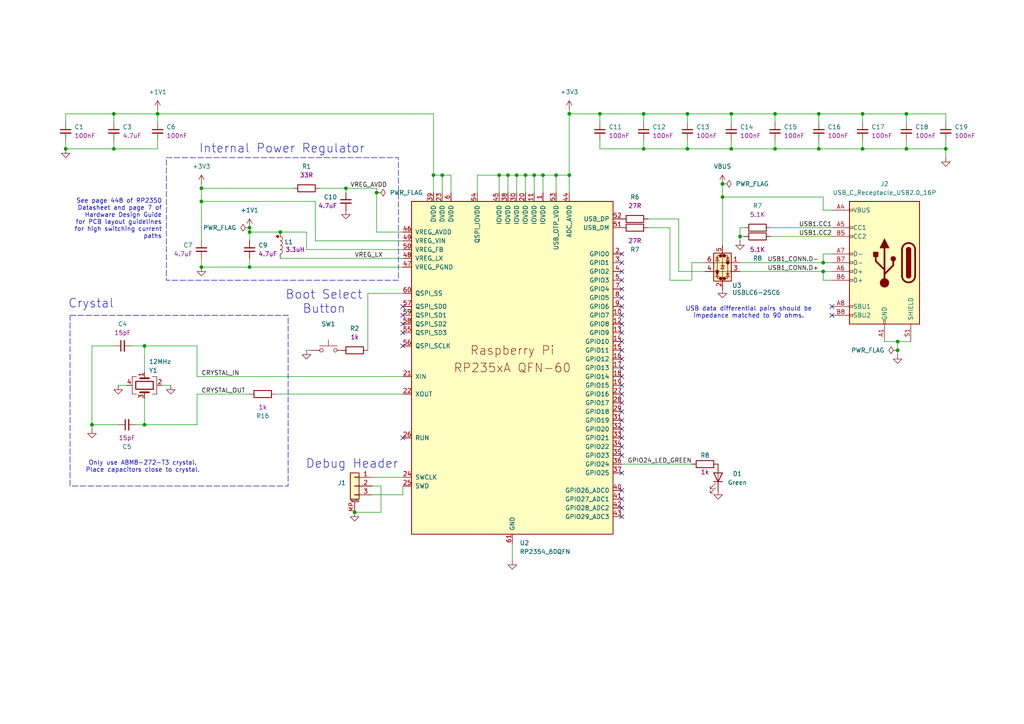
<source format=kicad_sch>
(kicad_sch (version 20250114) (generator "eeschema") (generator_version "9.0")
  (paper "A4")
  (rectangle (start 48.26 45.72) (end 115.57 81.28) (stroke (width 0) (type dash)))
  (rectangle (start 20.32 91.44) (end 83.566 140.97) (stroke (width 0) (type dash)))
  (text "USB data differential pairs should be\nimpedance matched to 90 ohms." (at 217.17 90.678 0) (effects (font (size 1.27 1.27))))
  (text "Debug Header" (at 102.108 134.62 0) (effects (font (size 2.54 2.54))))
  (text "Boot Select\nButton" (at 93.98 87.63 0) (effects (font (size 2.54 2.54))))
  (text "See page 448 of RP2350\nDatasheet and page 7 of\nHardware Design Guide\nfor PCB layout guidelines\nfor high switching current\npaths" (at 46.99 63.5 0) (effects (font (size 1.27 1.27)) (justify right)))
  (text "Internal Power Regulator" (at 81.788 43.18 0) (effects (font (size 2.54 2.54))))
  (text "Crystal" (at 26.416 88.138 0) (effects (font (size 2.54 2.54))))
  (text "Only use ABM8-272-T3 crystal.\nPlace capacitors close to crystal." (at 41.402 135.382 0) (effects (font (size 1.27 1.27))))
  (junction (at 161.29 50.8))
  (junction (at 199.39 33.02))
  (junction (at 224.79 43.18))
  (junction (at 199.39 43.18))
  (junction (at 186.69 43.18))
  (junction (at 33.02 43.18))
  (junction (at 125.73 50.8))
  (junction (at 41.91 100.33))
  (junction (at 224.79 33.02))
  (junction (at 186.69 33.02))
  (junction (at 72.39 66.04))
  (junction (at 157.48 50.8))
  (junction (at 212.09 43.18))
  (junction (at 274.32 43.18))
  (junction (at 149.86 50.8))
  (junction (at 152.4 50.8))
  (junction (at 154.94 50.8))
  (junction (at 72.39 77.47))
  (junction (at 209.55 57.15))
  (junction (at 250.19 33.02))
  (junction (at 238.76 76.2))
  (junction (at 58.42 58.42))
  (junction (at 212.09 33.02))
  (junction (at 72.39 67.31))
  (junction (at 33.02 33.02))
  (junction (at 81.28 67.31))
  (junction (at 260.35 99.06))
  (junction (at 165.1 50.8))
  (junction (at 260.35 101.6))
  (junction (at 128.27 50.8))
  (junction (at 144.78 50.8))
  (junction (at 100.33 54.61))
  (junction (at 19.05 43.18))
  (junction (at 41.91 123.19))
  (junction (at 250.19 43.18))
  (junction (at 237.49 43.18))
  (junction (at 109.22 55.88))
  (junction (at 58.42 77.47))
  (junction (at 45.72 33.02))
  (junction (at 262.89 43.18))
  (junction (at 209.55 53.34))
  (junction (at 147.32 50.8))
  (junction (at 26.67 123.19))
  (junction (at 58.42 54.61))
  (junction (at 237.49 33.02))
  (junction (at 173.99 33.02))
  (junction (at 214.63 68.58))
  (junction (at 102.87 148.59))
  (junction (at 165.1 33.02))
  (junction (at 238.76 78.74))
  (junction (at 262.89 33.02))
  (no_connect (at 116.84 96.52))
  (no_connect (at 180.34 147.32))
  (no_connect (at 180.34 73.66))
  (no_connect (at 180.34 119.38))
  (no_connect (at 180.34 96.52))
  (no_connect (at 180.34 81.28))
  (no_connect (at 180.34 114.3))
  (no_connect (at 180.34 116.84))
  (no_connect (at 180.34 104.14))
  (no_connect (at 180.34 93.98))
  (no_connect (at 180.34 91.44))
  (no_connect (at 241.3 88.9))
  (no_connect (at 180.34 78.74))
  (no_connect (at 180.34 127))
  (no_connect (at 180.34 76.2))
  (no_connect (at 180.34 83.82))
  (no_connect (at 180.34 142.24))
  (no_connect (at 180.34 106.68))
  (no_connect (at 180.34 132.08))
  (no_connect (at 180.34 149.86))
  (no_connect (at 116.84 88.9))
  (no_connect (at 180.34 144.78))
  (no_connect (at 180.34 99.06))
  (no_connect (at 180.34 109.22))
  (no_connect (at 180.34 124.46))
  (no_connect (at 180.34 137.16))
  (no_connect (at 241.3 91.44))
  (no_connect (at 180.34 121.92))
  (no_connect (at 180.34 88.9))
  (no_connect (at 116.84 100.33))
  (no_connect (at 116.84 91.44))
  (no_connect (at 180.34 86.36))
  (no_connect (at 180.34 111.76))
  (no_connect (at 116.84 93.98))
  (no_connect (at 180.34 129.54))
  (no_connect (at 180.34 101.6))
  (no_connect (at 116.84 127))
  (wire (pts (xy 237.49 43.18) (xy 224.79 43.18)))
  (wire (pts (xy 147.32 50.8) (xy 147.32 55.88)))
  (wire (pts (xy 149.86 50.8) (xy 152.4 50.8)))
  (wire (pts (xy 214.63 66.04) (xy 214.63 68.58)))
  (wire (pts (xy 241.3 73.66) (xy 238.76 73.66)))
  (wire (pts (xy 57.15 114.3) (xy 57.15 123.19)))
  (wire (pts (xy 200.66 81.28) (xy 194.31 81.28)))
  (wire (pts (xy 154.94 50.8) (xy 157.48 50.8)))
  (wire (pts (xy 199.39 43.18) (xy 186.69 43.18)))
  (wire (pts (xy 199.39 33.02) (xy 212.09 33.02)))
  (wire (pts (xy 152.4 50.8) (xy 154.94 50.8)))
  (wire (pts (xy 49.53 111.76) (xy 46.99 111.76)))
  (wire (pts (xy 148.59 162.56) (xy 148.59 157.48)))
  (wire (pts (xy 262.89 40.64) (xy 262.89 43.18)))
  (wire (pts (xy 116.84 143.51) (xy 116.84 140.97)))
  (wire (pts (xy 214.63 68.58) (xy 214.63 69.85)))
  (wire (pts (xy 33.02 40.64) (xy 33.02 43.18)))
  (wire (pts (xy 107.95 143.51) (xy 116.84 143.51)))
  (wire (pts (xy 58.42 69.85) (xy 58.42 58.42)))
  (wire (pts (xy 58.42 74.93) (xy 58.42 77.47)))
  (wire (pts (xy 41.91 100.33) (xy 41.91 107.95)))
  (wire (pts (xy 250.19 33.02) (xy 250.19 35.56)))
  (wire (pts (xy 109.22 55.88) (xy 109.22 54.61)))
  (wire (pts (xy 161.29 50.8) (xy 165.1 50.8)))
  (wire (pts (xy 144.78 50.8) (xy 147.32 50.8)))
  (wire (pts (xy 256.54 99.06) (xy 260.35 99.06)))
  (wire (pts (xy 57.15 123.19) (xy 41.91 123.19)))
  (wire (pts (xy 45.72 31.75) (xy 45.72 33.02)))
  (wire (pts (xy 33.02 33.02) (xy 33.02 35.56)))
  (wire (pts (xy 237.49 40.64) (xy 237.49 43.18)))
  (wire (pts (xy 262.89 33.02) (xy 274.32 33.02)))
  (wire (pts (xy 88.9 72.39) (xy 116.84 72.39)))
  (wire (pts (xy 33.02 33.02) (xy 45.72 33.02)))
  (wire (pts (xy 165.1 31.75) (xy 165.1 33.02)))
  (wire (pts (xy 34.29 123.19) (xy 26.67 123.19)))
  (wire (pts (xy 80.01 114.3) (xy 116.84 114.3)))
  (wire (pts (xy 214.63 66.04) (xy 215.9 66.04)))
  (wire (pts (xy 173.99 33.02) (xy 173.99 35.56)))
  (wire (pts (xy 41.91 123.19) (xy 41.91 115.57)))
  (wire (pts (xy 91.44 69.85) (xy 116.84 69.85)))
  (wire (pts (xy 130.81 55.88) (xy 130.81 50.8)))
  (wire (pts (xy 204.47 76.2) (xy 200.66 76.2)))
  (wire (pts (xy 196.85 63.5) (xy 196.85 78.74)))
  (wire (pts (xy 214.63 78.74) (xy 238.76 78.74)))
  (wire (pts (xy 241.3 66.04) (xy 223.52 66.04)))
  (wire (pts (xy 125.73 33.02) (xy 45.72 33.02)))
  (wire (pts (xy 212.09 33.02) (xy 224.79 33.02)))
  (wire (pts (xy 238.76 60.96) (xy 241.3 60.96)))
  (wire (pts (xy 199.39 33.02) (xy 199.39 35.56)))
  (wire (pts (xy 45.72 43.18) (xy 33.02 43.18)))
  (wire (pts (xy 186.69 40.64) (xy 186.69 43.18)))
  (wire (pts (xy 92.71 54.61) (xy 100.33 54.61)))
  (wire (pts (xy 88.9 101.6) (xy 90.17 101.6)))
  (wire (pts (xy 26.67 100.33) (xy 26.67 123.19)))
  (wire (pts (xy 72.39 74.93) (xy 72.39 77.47)))
  (wire (pts (xy 72.39 77.47) (xy 116.84 77.47)))
  (wire (pts (xy 157.48 50.8) (xy 161.29 50.8)))
  (wire (pts (xy 200.66 76.2) (xy 200.66 81.28)))
  (wire (pts (xy 109.22 67.31) (xy 116.84 67.31)))
  (wire (pts (xy 241.3 76.2) (xy 238.76 76.2)))
  (wire (pts (xy 100.33 54.61) (xy 100.33 55.88)))
  (wire (pts (xy 241.3 78.74) (xy 238.76 78.74)))
  (wire (pts (xy 238.76 57.15) (xy 209.55 57.15)))
  (wire (pts (xy 81.28 67.31) (xy 88.9 67.31)))
  (wire (pts (xy 19.05 33.02) (xy 33.02 33.02)))
  (wire (pts (xy 72.39 69.85) (xy 72.39 67.31)))
  (wire (pts (xy 224.79 43.18) (xy 212.09 43.18)))
  (wire (pts (xy 180.34 134.62) (xy 200.66 134.62)))
  (wire (pts (xy 149.86 50.8) (xy 149.86 55.88)))
  (wire (pts (xy 173.99 43.18) (xy 173.99 40.64)))
  (wire (pts (xy 99.06 101.6) (xy 100.33 101.6)))
  (wire (pts (xy 33.02 100.33) (xy 26.67 100.33)))
  (wire (pts (xy 165.1 33.02) (xy 165.1 50.8)))
  (wire (pts (xy 262.89 33.02) (xy 262.89 35.56)))
  (wire (pts (xy 165.1 55.88) (xy 165.1 50.8)))
  (wire (pts (xy 110.49 140.97) (xy 110.49 148.59)))
  (wire (pts (xy 72.39 67.31) (xy 81.28 67.31)))
  (wire (pts (xy 152.4 50.8) (xy 152.4 55.88)))
  (wire (pts (xy 212.09 33.02) (xy 212.09 35.56)))
  (wire (pts (xy 58.42 58.42) (xy 91.44 58.42)))
  (wire (pts (xy 45.72 40.64) (xy 45.72 43.18)))
  (wire (pts (xy 241.3 68.58) (xy 223.52 68.58)))
  (wire (pts (xy 274.32 33.02) (xy 274.32 35.56)))
  (wire (pts (xy 238.76 78.74) (xy 238.76 81.28)))
  (wire (pts (xy 147.32 50.8) (xy 149.86 50.8)))
  (wire (pts (xy 58.42 54.61) (xy 85.09 54.61)))
  (wire (pts (xy 214.63 76.2) (xy 238.76 76.2)))
  (wire (pts (xy 186.69 33.02) (xy 199.39 33.02)))
  (wire (pts (xy 237.49 33.02) (xy 250.19 33.02)))
  (wire (pts (xy 161.29 50.8) (xy 161.29 55.88)))
  (wire (pts (xy 57.15 114.3) (xy 72.39 114.3)))
  (wire (pts (xy 57.15 109.22) (xy 116.84 109.22)))
  (wire (pts (xy 19.05 35.56) (xy 19.05 33.02)))
  (wire (pts (xy 106.68 101.6) (xy 106.68 85.09)))
  (wire (pts (xy 130.81 50.8) (xy 128.27 50.8)))
  (wire (pts (xy 57.15 109.22) (xy 57.15 100.33)))
  (wire (pts (xy 154.94 50.8) (xy 154.94 55.88)))
  (wire (pts (xy 250.19 43.18) (xy 237.49 43.18)))
  (wire (pts (xy 157.48 50.8) (xy 157.48 55.88)))
  (wire (pts (xy 125.73 33.02) (xy 125.73 50.8)))
  (wire (pts (xy 194.31 66.04) (xy 194.31 81.28)))
  (wire (pts (xy 238.76 81.28) (xy 241.3 81.28)))
  (wire (pts (xy 199.39 40.64) (xy 199.39 43.18)))
  (wire (pts (xy 165.1 33.02) (xy 173.99 33.02)))
  (wire (pts (xy 34.29 111.76) (xy 36.83 111.76)))
  (wire (pts (xy 212.09 40.64) (xy 212.09 43.18)))
  (wire (pts (xy 81.28 74.93) (xy 116.84 74.93)))
  (wire (pts (xy 224.79 33.02) (xy 237.49 33.02)))
  (wire (pts (xy 106.68 85.09) (xy 116.84 85.09)))
  (wire (pts (xy 26.67 124.46) (xy 26.67 123.19)))
  (wire (pts (xy 72.39 66.04) (xy 72.39 67.31)))
  (wire (pts (xy 260.35 101.6) (xy 260.35 102.87)))
  (wire (pts (xy 19.05 40.64) (xy 19.05 43.18)))
  (wire (pts (xy 100.33 54.61) (xy 109.22 54.61)))
  (wire (pts (xy 107.95 140.97) (xy 110.49 140.97)))
  (wire (pts (xy 209.55 57.15) (xy 209.55 71.12)))
  (wire (pts (xy 250.19 33.02) (xy 262.89 33.02)))
  (wire (pts (xy 128.27 50.8) (xy 125.73 50.8)))
  (wire (pts (xy 125.73 50.8) (xy 125.73 55.88)))
  (wire (pts (xy 109.22 55.88) (xy 109.22 67.31)))
  (wire (pts (xy 39.37 123.19) (xy 41.91 123.19)))
  (wire (pts (xy 262.89 43.18) (xy 250.19 43.18)))
  (wire (pts (xy 204.47 78.74) (xy 196.85 78.74)))
  (wire (pts (xy 187.96 66.04) (xy 194.31 66.04)))
  (wire (pts (xy 238.76 73.66) (xy 238.76 76.2)))
  (wire (pts (xy 91.44 58.42) (xy 91.44 69.85)))
  (wire (pts (xy 187.96 63.5) (xy 196.85 63.5)))
  (wire (pts (xy 238.76 57.15) (xy 238.76 60.96)))
  (wire (pts (xy 260.35 99.06) (xy 260.35 101.6)))
  (wire (pts (xy 33.02 43.18) (xy 19.05 43.18)))
  (wire (pts (xy 88.9 72.39) (xy 88.9 67.31)))
  (wire (pts (xy 107.95 138.43) (xy 116.84 138.43)))
  (wire (pts (xy 212.09 43.18) (xy 199.39 43.18)))
  (wire (pts (xy 38.1 100.33) (xy 41.91 100.33)))
  (wire (pts (xy 45.72 33.02) (xy 45.72 35.56)))
  (wire (pts (xy 110.49 148.59) (xy 102.87 148.59)))
  (wire (pts (xy 274.32 43.18) (xy 262.89 43.18)))
  (wire (pts (xy 224.79 40.64) (xy 224.79 43.18)))
  (wire (pts (xy 144.78 50.8) (xy 144.78 55.88)))
  (wire (pts (xy 57.15 100.33) (xy 41.91 100.33)))
  (wire (pts (xy 128.27 55.88) (xy 128.27 50.8)))
  (wire (pts (xy 138.43 50.8) (xy 144.78 50.8)))
  (wire (pts (xy 58.42 77.47) (xy 72.39 77.47)))
  (wire (pts (xy 186.69 43.18) (xy 173.99 43.18)))
  (wire (pts (xy 274.32 40.64) (xy 274.32 43.18)))
  (wire (pts (xy 186.69 33.02) (xy 186.69 35.56)))
  (wire (pts (xy 58.42 54.61) (xy 58.42 58.42)))
  (wire (pts (xy 138.43 55.88) (xy 138.43 50.8)))
  (wire (pts (xy 274.32 45.72) (xy 274.32 43.18)))
  (wire (pts (xy 214.63 68.58) (xy 215.9 68.58)))
  (wire (pts (xy 250.19 40.64) (xy 250.19 43.18)))
  (wire (pts (xy 237.49 33.02) (xy 237.49 35.56)))
  (wire (pts (xy 173.99 33.02) (xy 186.69 33.02)))
  (wire (pts (xy 260.35 99.06) (xy 264.16 99.06)))
  (wire (pts (xy 209.55 53.34) (xy 209.55 57.15)))
  (wire (pts (xy 58.42 53.34) (xy 58.42 54.61)))
  (wire (pts (xy 224.79 33.02) (xy 224.79 35.56)))
  (label "USB1.CC1" (at 241.3 66.04 180))
  (label "USB1_CONN.D-" (at 237.49 76.2 180))
  (label "VREG_AVDD" (at 101.6 54.61 0))
  (label "USB1_CONN.D+" (at 237.49 78.74 180))
  (label "VREG_LX" (at 102.87 74.93 0))
  (label "CRYSTAL_OUT" (at 58.42 114.3 0))
  (label "GPIO24_LED_GREEN" (at 200.66 134.62 180))
  (label "CRYSTAL_IN" (at 58.42 109.22 0))
  (label "USB1.CC2" (at 241.3 68.58 180))
  (symbol (lib_id "Lichen:Raspberry_Pi_Pico_Debug_Header_JST") (at 102.87 140.97 0) (mirror y) (unit 1)
    (property "Reference" "J1" (at 100.33 140.0555 0) (effects (justify left)))
    (property "Value" "Conn_01x03_MountingPin" (effects (hide yes)))
    (property "Footprint" "Lichen:JST_SH_SM03B-SRSS-TB_1x03-1MP_P1.00mm_Horizontal" (effects (hide yes)))
    (property "Datasheet" "https://jlcpcb.com/api/file/downloadByFileSystemAccessId/8588909270696415232" (effects (hide yes)))
    (property "Description" "1A 1mm 1x3P 2.9mm 4.32mm 50V Right Angle SMD" (effects (hide yes)))
    (property "Manufacturer" " JST" (effects (hide yes)))
    (property "Part Number" "SM03B-SRSS-TB" (effects (hide yes)))
    (property "LCSC" "C160403" (effects (hide yes)))
  )
  (symbol (lib_id "power:PWR_FLAG") (at 260.35 101.6 90) (unit 1)
    (property "Reference" "#FLG03" (effects (hide yes)))
    (property "Value" "PWR_FLAG" (at 256.54 101.5999 90) (effects (justify left)))
    (property "Description" "Special symbol for telling ERC where power comes from" (effects (hide yes)))
    (instances (project "rp2350-dual-usb" (path "" (reference "#FLG03") (unit 1))) (project "" (path "" (reference "#FLG04") (unit 1))))
  )
  (symbol (lib_id "Lichen:100nF_0402_50V") (at 186.69 38.1 0) (unit 1)
    (property "Reference" "C12" (at 189.23 36.8362 0) (effects (justify left)))
    (property "Value" "100nF_0402_16V" (effects (hide yes)))
    (property "Footprint" "RP2350_60QFN_minimal:C_0402_1005Metric_small_pads" (effects (hide yes)))
    (property "Datasheet" "https://jlcpcb.com/api/file/downloadByFileSystemAccessId/8554627388281098240" (effects (hide yes)))
    (property "Description" "100nF 50V X7R ±10% 0402" (effects (hide yes)))
    (property "Specifications" "100nF 50V X7R ±10% 0402" (effects (hide yes)))
    (property "Manufacturer" "Samsung Electro-Mechanics" (effects (hide yes)))
    (property "Part Number" "CL05B104KB54PNC" (effects (hide yes)))
    (property "Display" "100nF" (at 189.23 39.3762 0) (effects (justify left)))
    (property "LCSC" "C307331" (effects (hide yes)))
  )
  (symbol (lib_id "power:+1V1") (at 45.72 31.75 0) (unit 1)
    (property "Reference" "#PWR05" (effects (hide yes)))
    (property "Value" "+1V1" (at 45.72 26.67 0))
    (property "Description" "Power symbol creates a global label with name \"+1V1\"" (effects (hide yes)))
  )
  (symbol (lib_id "Lichen:4.7uF_0402") (at 58.42 72.39 0) (mirror y) (unit 1)
    (property "Reference" "C7" (at 55.88 71.1262 0) (effects (justify left)))
    (property "Value" "4.7uF_0402" (effects (hide yes)))
    (property "Footprint" "RP2350_60QFN_minimal:C_0402_1005Metric_small_pads" (effects (hide yes)))
    (property "Datasheet" "https://jlcpcb.com/api/file/downloadByFileSystemAccessId/8579707315714920448" (effects (hide yes)))
    (property "Description" "10V 4.7uF X5R ±20% 0402" (effects (hide yes)))
    (property "Specifications" "10V 4.7uF X5R ±20% 0402" (effects (hide yes)))
    (property "Manufacturer" "Samsung Electro-Mechanics" (effects (hide yes)))
    (property "Part Number" "CL05A475MP5NRNC" (effects (hide yes)))
    (property "Display" "4.7uF" (at 55.88 73.6662 0) (effects (justify left)))
    (property "LCSC" "C23733" (effects (hide yes)))
    (instances (project "rp2350-dual-usb" (path "" (reference "C7") (unit 1))) (project "" (path "" (reference "C8") (unit 1))))
  )
  (symbol (lib_id "Lichen:100nF_0402_50V") (at 45.72 38.1 0) (unit 1)
    (property "Reference" "C6" (at 48.26 36.8362 0) (effects (justify left)))
    (property "Value" "100nF_0402_50V" (effects (hide yes)))
    (property "Footprint" "RP2350_60QFN_minimal:C_0402_1005Metric_small_pads" (effects (hide yes)))
    (property "Datasheet" "https://jlcpcb.com/api/file/downloadByFileSystemAccessId/8554627388281098240" (effects (hide yes)))
    (property "Description" "100nF 50V X7R ±10% 0402" (effects (hide yes)))
    (property "Specifications" "100nF 50V X7R ±10% 0402" (effects (hide yes)))
    (property "Manufacturer" "Samsung Electro-Mechanics" (effects (hide yes)))
    (property "Part Number" "CL05B104KB54PNC" (effects (hide yes)))
    (property "Display" "100nF" (at 48.26 39.3762 0) (effects (justify left)))
    (property "LCSC" "C307331" (effects (hide yes)))
  )
  (symbol (lib_id "Lichen:27R_0402") (at 184.15 63.5 90) (unit 1)
    (property "Reference" "R6" (at 184.15 57.15 90))
    (property "Value" "27R_0402" (effects (hide yes)))
    (property "Footprint" "Lichen:R_0402_1005Metric" (effects (hide yes)))
    (property "Datasheet" "https://jlcpcb.com/api/file/downloadByFileSystemAccessId/8586178044440547328" (effects (hide yes)))
    (property "Description" "27Ω 50V 62.5mW ±1% 0402" (effects (hide yes)))
    (property "Manufacturer" "UNI-ROYAL(Uniroyal Elec)" (effects (hide yes)))
    (property "Part Number" "0402WGF270JTCE" (effects (hide yes)))
    (property "Display" "27R" (at 184.15 59.69 90))
    (property "LCSC" "C25100" (effects (hide yes)))
  )
  (symbol (lib_id "Lichen:100nF_0402_50V") (at 173.99 38.1 0) (unit 1)
    (property "Reference" "C11" (at 176.53 36.8362 0) (effects (justify left)))
    (property "Value" "100nF_0402_50V" (effects (hide yes)))
    (property "Footprint" "RP2350_60QFN_minimal:C_0402_1005Metric_small_pads" (effects (hide yes)))
    (property "Datasheet" "https://jlcpcb.com/api/file/downloadByFileSystemAccessId/8554627388281098240" (effects (hide yes)))
    (property "Description" "100nF 50V X7R ±10% 0402" (effects (hide yes)))
    (property "Specifications" "100nF 50V X7R ±10% 0402" (effects (hide yes)))
    (property "Manufacturer" "Samsung Electro-Mechanics" (effects (hide yes)))
    (property "Part Number" "CL05B104KB54PNC" (effects (hide yes)))
    (property "Display" "100nF" (at 176.53 39.3762 0) (effects (justify left)))
    (property "LCSC" "C307331" (effects (hide yes)))
  )
  (symbol (lib_id "Lichen:LED_0805_JLC_Basic") (at 208.28 138.43 270) (mirror x) (unit 1)
    (property "Reference" "D1" (at 213.868 137.414 90))
    (property "Value" "Green" (at 213.868 139.954 90))
    (property "Footprint" "LED_SMD:LED_0805_2012Metric" (effects (hide yes)))
    (property "Datasheet" "https://jlcpcb.com/api/file/downloadByFileSystemAccessId/8579709195039801344" (effects (hide yes)))
    (property "Description" "1.8V~2.4V 120° 175mcd 40mW 584nm~594nm 596nm Water Clear Yellow 0805" (effects (hide yes)))
    (property "Sim.Pins" "1=K 2=A" (effects (hide yes)))
    (property "Manufacturer" "Hubei KENTO Elec" (effects (hide yes)))
    (property "Part Number" "KT-0805G" (effects (hide yes)))
    (property "LCSC" "C2297" (effects (hide yes)))
  )
  (symbol (lib_id "power:GND") (at 49.53 111.76 0) (unit 1)
    (property "Reference" "#PWR07" (effects (hide yes)))
    (property "Value" "GND" (effects (hide yes)))
    (property "Description" "Power symbol creates a global label with name \"GND\" , ground" (effects (hide yes)))
  )
  (symbol (lib_id "Lichen:100nF_0402_50V") (at 224.79 38.1 0) (unit 1)
    (property "Reference" "C15" (at 227.33 36.8362 0) (effects (justify left)))
    (property "Value" "100nF_0402_16V" (effects (hide yes)))
    (property "Footprint" "RP2350_60QFN_minimal:C_0402_1005Metric_small_pads" (effects (hide yes)))
    (property "Datasheet" "https://jlcpcb.com/api/file/downloadByFileSystemAccessId/8554627388281098240" (effects (hide yes)))
    (property "Description" "100nF 50V X7R ±10% 0402" (effects (hide yes)))
    (property "Specifications" "100nF 50V X7R ±10% 0402" (effects (hide yes)))
    (property "Manufacturer" "Samsung Electro-Mechanics" (effects (hide yes)))
    (property "Part Number" "CL05B104KB54PNC" (effects (hide yes)))
    (property "Display" "100nF" (at 227.33 39.3762 0) (effects (justify left)))
    (property "LCSC" "C307331" (effects (hide yes)))
  )
  (symbol (lib_id "Lichen:27R_0402") (at 184.15 66.04 90) (mirror x) (unit 1)
    (property "Reference" "R7" (at 184.15 72.39 90))
    (property "Value" "27R_0402" (effects (hide yes)))
    (property "Footprint" "Lichen:R_0402_1005Metric" (effects (hide yes)))
    (property "Datasheet" "https://jlcpcb.com/api/file/downloadByFileSystemAccessId/8586178044440547328" (effects (hide yes)))
    (property "Description" "27Ω 50V 62.5mW ±1% 0402" (effects (hide yes)))
    (property "Manufacturer" "UNI-ROYAL(Uniroyal Elec)" (effects (hide yes)))
    (property "Part Number" "0402WGF270JTCE" (effects (hide yes)))
    (property "Display" "27R" (at 184.15 69.85 90))
    (property "LCSC" "C25100" (effects (hide yes)))
  )
  (symbol (lib_id "Lichen:RP235x_60QFN") (at 148.59 106.68 0) (unit 1)
    (property "Reference" "U2" (at 150.7333 157.48 0) (effects (justify left)))
    (property "Value" "RP2354_60QFN" (at 150.7333 160.02 0) (effects (justify left)))
    (property "Footprint" "RP2350_60QFN_minimal:RP2350-QFN-60-1EP_7x7_P0.4mm_EP3.4x3.4mm_ThermalVias" (effects (hide yes)))
    (property "Description" "QFN-60(7x7) Microcontroller" (effects (hide yes)))
    (property "Manufacturer" " Raspberry Pi" (effects (hide yes)))
    (property "Part Number" " RP2354A" (effects (hide yes)))
    (property "LCSC" "C41378174" (effects (hide yes)))
  )
  (symbol (lib_id "power:GND") (at 208.28 142.24 0) (unit 1)
    (property "Reference" "#PWR017" (effects (hide yes)))
    (property "Value" "GND" (effects (hide yes)))
    (property "Description" "Power symbol creates a global label with name \"GND\" , ground" (effects (hide yes)))
  )
  (symbol (lib_id "Lichen:100nF_0402_50V") (at 212.09 38.1 0) (unit 1)
    (property "Reference" "C14" (at 214.63 36.8362 0) (effects (justify left)))
    (property "Value" "100nF_0402_16V" (effects (hide yes)))
    (property "Footprint" "RP2350_60QFN_minimal:C_0402_1005Metric_small_pads" (effects (hide yes)))
    (property "Datasheet" "https://jlcpcb.com/api/file/downloadByFileSystemAccessId/8554627388281098240" (effects (hide yes)))
    (property "Description" "100nF 50V X7R ±10% 0402" (effects (hide yes)))
    (property "Specifications" "100nF 50V X7R ±10% 0402" (effects (hide yes)))
    (property "Manufacturer" "Samsung Electro-Mechanics" (effects (hide yes)))
    (property "Part Number" "CL05B104KB54PNC" (effects (hide yes)))
    (property "Display" "100nF" (at 214.63 39.3762 0) (effects (justify left)))
    (property "LCSC" "C307331" (effects (hide yes)))
  )
  (symbol (lib_id "power:GND") (at 58.42 77.47 0) (unit 1)
    (property "Reference" "#PWR09" (effects (hide yes)))
    (property "Value" "GND" (effects (hide yes)))
    (property "Description" "Power symbol creates a global label with name \"GND\" , ground" (effects (hide yes)))
    (instances (project "rp2350-dual-usb" (path "" (reference "#PWR09") (unit 1))) (project "" (path "" (reference "#PWR010") (unit 1))))
  )
  (symbol (lib_id "Lichen:100nF_0402_50V") (at 237.49 38.1 0) (unit 1)
    (property "Reference" "C16" (at 240.03 36.8362 0) (effects (justify left)))
    (property "Value" "100nF_0603_16V" (effects (hide yes)))
    (property "Footprint" "RP2350_60QFN_minimal:C_0402_1005Metric_small_pads" (effects (hide yes)))
    (property "Datasheet" "https://jlcpcb.com/api/file/downloadByFileSystemAccessId/8554627388281098240" (effects (hide yes)))
    (property "Description" "100nF 50V X7R ±10% 0402" (effects (hide yes)))
    (property "Specifications" "100nF 50V X7R ±10% 0402" (effects (hide yes)))
    (property "Manufacturer" "Samsung Electro-Mechanics" (effects (hide yes)))
    (property "Part Number" "CL05B104KB54PNC" (effects (hide yes)))
    (property "Display" "100nF" (at 240.03 39.3762 0) (effects (justify left)))
    (property "LCSC" "C307331" (effects (hide yes)))
  )
  (symbol (lib_id "Lichen:1k_0402") (at 204.47 134.62 270) (unit 1)
    (property "Reference" "R8" (at 204.47 132.08 90))
    (property "Value" "1k_0402" (effects (hide yes)))
    (property "Footprint" "Lichen:R_0402_1005Metric" (effects (hide yes)))
    (property "Datasheet" "https://jlcpcb.com/api/file/downloadByFileSystemAccessId/8579705924167974912" (effects (hide yes)))
    (property "Description" "1kΩ 50V 62.5mW ±1% 0402" (effects (hide yes)))
    (property "Manufacturer" "UNI-ROYAL(Uniroyal Elec)" (effects (hide yes)))
    (property "Part Number" "0402WGF1001TCE" (effects (hide yes)))
    (property "Display" "1k" (at 204.47 136.906 90))
    (property "LCSC" "C11702" (effects (hide yes)))
  )
  (symbol (lib_id "Lichen:Crystal_12MHz_Abracon_ABM8-272-T3") (at 41.91 111.76 270) (unit 1)
    (property "Reference" "Y1" (at 43.18 107.442 90) (effects (justify left)))
    (property "Value" "12MHz" (at 43.18 104.902 90) (effects (justify left)))
    (property "Footprint" "Crystal:Crystal_SMD_3225-4Pin_3.2x2.5mm" (effects (hide yes)))
    (property "Datasheet" "https://jlcpcb.com/api/file/downloadByFileSystemAccessId/8559470777180311552" (effects (hide yes)))
    (property "Description" "Four pin crystal, GND on pins 2 and 4" (effects (hide yes)))
    (property "Manufacturer" "Abracon LLC" (effects (hide yes)))
    (property "Part Number" "ABM8-272-T3" (effects (hide yes)))
    (property "LCSC" "C20625731" (effects (hide yes)))
  )
  (symbol (lib_id "Lichen:100nF_0402_50V") (at 250.19 38.1 0) (unit 1)
    (property "Reference" "C17" (at 252.73 36.8362 0) (effects (justify left)))
    (property "Value" "100nF_0402_16V" (effects (hide yes)))
    (property "Footprint" "RP2350_60QFN_minimal:C_0402_1005Metric_small_pads" (effects (hide yes)))
    (property "Datasheet" "https://jlcpcb.com/api/file/downloadByFileSystemAccessId/8554627388281098240" (effects (hide yes)))
    (property "Description" "100nF 50V X7R ±10% 0402" (effects (hide yes)))
    (property "Specifications" "100nF 50V X7R ±10% 0402" (effects (hide yes)))
    (property "Manufacturer" "Samsung Electro-Mechanics" (effects (hide yes)))
    (property "Part Number" "CL05B104KB54PNC" (effects (hide yes)))
    (property "Display" "100nF" (at 252.73 39.3762 0) (effects (justify left)))
    (property "LCSC" "C307331" (effects (hide yes)))
  )
  (symbol (lib_id "power:GND") (at 214.63 69.85 0) (mirror y) (unit 1)
    (property "Reference" "#PWR024" (effects (hide yes)))
    (property "Value" "GND" (effects (hide yes)))
    (property "Description" "Power symbol creates a global label with name \"GND\" , ground" (effects (hide yes)))
    (instances (project "rp2350-dual-usb" (path "" (reference "#PWR024") (unit 1))) (project "" (path "" (reference "#PWR020") (unit 1))))
  )
  (symbol (lib_id "power:GND") (at 100.33 60.96 0) (mirror y) (unit 1)
    (property "Reference" "#PWR013" (effects (hide yes)))
    (property "Value" "GND" (effects (hide yes)))
    (property "Description" "Power symbol creates a global label with name \"GND\" , ground" (effects (hide yes)))
  )
  (symbol (lib_id "Lichen:L_Polarized") (at 81.28 71.12 0) (unit 1)
    (property "Reference" "L1" (at 82.55 70.1783 0) (effects (justify left)))
    (property "Value" "3.3uH" (effects (hide yes)))
    (property "Footprint" "Lichen:L_pol_2016" (effects (hide yes)))
    (property "Datasheet" "https://jlcpcb.com/api/file/downloadByFileSystemAccessId/8567843503118221312" (effects (hide yes)))
    (property "Description" "0806 Power Inductor Polarized" (effects (hide yes)))
    (property "Manufacturer" "Abracon LLC" (effects (hide yes)))
    (property "Part Number" "AOTA-B201610S3R3-101-T " (effects (hide yes)))
    (property "LCSC" "C42411119" (effects (hide yes)))
    (property "Display" "3.3uH" (at 85.598 72.39 0))
  )
  (symbol (lib_id "power:GND") (at 26.67 124.46 0) (unit 1)
    (property "Reference" "#PWR03" (effects (hide yes)))
    (property "Value" "GND" (effects (hide yes)))
    (property "Description" "Power symbol creates a global label with name \"GND\" , ground" (effects (hide yes)))
    (instances (project "rp2350-dual-usb" (path "" (reference "#PWR03") (unit 1))) (project "" (path "" (reference "#PWR02") (unit 1))))
  )
  (symbol (lib_id "Lichen:4.7uF_0402") (at 33.02 38.1 0) (unit 1)
    (property "Reference" "C3" (at 35.56 36.8362 0) (effects (justify left)))
    (property "Value" "4.7uF_0402" (effects (hide yes)))
    (property "Footprint" "RP2350_60QFN_minimal:C_0402_1005Metric_small_pads" (effects (hide yes)))
    (property "Datasheet" "https://jlcpcb.com/api/file/downloadByFileSystemAccessId/8579707315714920448" (effects (hide yes)))
    (property "Description" "10V 4.7uF X5R ±20% 0402" (effects (hide yes)))
    (property "Specifications" "10V 4.7uF X5R ±20% 0402" (effects (hide yes)))
    (property "Manufacturer" "Samsung Electro-Mechanics" (effects (hide yes)))
    (property "Part Number" "CL05A475MP5NRNC" (effects (hide yes)))
    (property "Display" "4.7uF" (at 35.56 39.3762 0) (effects (justify left)))
    (property "LCSC" "C23733" (effects (hide yes)))
    (instances (project "rp2350-dual-usb" (path "" (reference "C3") (unit 1))) (project "" (path "" (reference "C2") (unit 1))))
  )
  (symbol (lib_id "Lichen:100nF_0402_50V") (at 262.89 38.1 0) (unit 1)
    (property "Reference" "C18" (at 265.43 36.8362 0) (effects (justify left)))
    (property "Value" "100nF_0402_16V" (effects (hide yes)))
    (property "Footprint" "RP2350_60QFN_minimal:C_0402_1005Metric_small_pads" (effects (hide yes)))
    (property "Datasheet" "https://jlcpcb.com/api/file/downloadByFileSystemAccessId/8554627388281098240" (effects (hide yes)))
    (property "Description" "100nF 50V X7R ±10% 0402" (effects (hide yes)))
    (property "Specifications" "100nF 50V X7R ±10% 0402" (effects (hide yes)))
    (property "Manufacturer" "Samsung Electro-Mechanics" (effects (hide yes)))
    (property "Part Number" "CL05B104KB54PNC" (effects (hide yes)))
    (property "Display" "100nF" (at 265.43 39.3762 0) (effects (justify left)))
    (property "LCSC" "C307331" (effects (hide yes)))
  )
  (symbol (lib_id "power:GND") (at 19.05 43.18 0) (unit 1)
    (property "Reference" "#PWR01" (effects (hide yes)))
    (property "Value" "GND" (effects (hide yes)))
    (property "Description" "Power symbol creates a global label with name \"GND\" , ground" (effects (hide yes)))
  )
  (symbol (lib_id "Lichen:15pF_0402") (at 35.56 100.33 90) (unit 1)
    (property "Reference" "C4" (at 35.5663 93.98 90))
    (property "Value" "15pF_0402" (effects (hide yes)))
    (property "Footprint" "RP2350_60QFN_minimal:C_0402_1005Metric_small_pads" (effects (hide yes)))
    (property "Datasheet" "https://jlcpcb.com/api/file/downloadByFileSystemAccessId/8554627388281098240" (effects (hide yes)))
    (property "Description" "15pF 50V C0G ±5% 0402 MLCC" (effects (hide yes)))
    (property "Specifications" "15pF 50V C0G ±5% 0402 MLCC " (effects (hide yes)))
    (property "Manufacturer" "FH (Guangdong Fenghua Advanced Tech)" (effects (hide yes)))
    (property "Part Number" "0402CG150J500NT" (effects (hide yes)))
    (property "Display" "15pF" (at 35.5663 96.52 90))
    (property "LCSC" "C1548" (effects (hide yes)))
  )
  (symbol (lib_id "power:GND") (at 260.35 102.87 0) (mirror y) (unit 1)
    (property "Reference" "#PWR026" (effects (hide yes)))
    (property "Value" "GND" (effects (hide yes)))
    (property "Description" "Power symbol creates a global label with name \"GND\" , ground" (effects (hide yes)))
    (instances (project "rp2350-dual-usb" (path "" (reference "#PWR026") (unit 1))) (project "" (path "" (reference "#PWR021") (unit 1))))
  )
  (symbol (lib_id "power:GND") (at 274.32 45.72 0) (unit 1)
    (property "Reference" "#PWR019" (effects (hide yes)))
    (property "Value" "GND" (effects (hide yes)))
    (property "Description" "Power symbol creates a global label with name \"GND\" , ground" (effects (hide yes)))
    (instances (project "rp2350-dual-usb" (path "" (reference "#PWR019") (unit 1))) (project "" (path "" (reference "#PWR022") (unit 1))))
  )
  (symbol (lib_id "Lichen:100nF_0402_50V") (at 199.39 38.1 0) (unit 1)
    (property "Reference" "C13" (at 201.93 36.8362 0) (effects (justify left)))
    (property "Value" "100nF_0402_16V" (effects (hide yes)))
    (property "Footprint" "RP2350_60QFN_minimal:C_0402_1005Metric_small_pads" (effects (hide yes)))
    (property "Datasheet" "https://jlcpcb.com/api/file/downloadByFileSystemAccessId/8554627388281098240" (effects (hide yes)))
    (property "Description" "100nF 50V X7R ±10% 0402" (effects (hide yes)))
    (property "Specifications" "100nF 50V X7R ±10% 0402" (effects (hide yes)))
    (property "Manufacturer" "Samsung Electro-Mechanics" (effects (hide yes)))
    (property "Part Number" "CL05B104KB54PNC" (effects (hide yes)))
    (property "Display" "100nF" (at 201.93 39.3762 0) (effects (justify left)))
    (property "LCSC" "C307331" (effects (hide yes)))
  )
  (symbol (lib_id "Lichen:4.7uF_0402") (at 100.33 58.42 0) (mirror y) (unit 1)
    (property "Reference" "C10" (at 97.79 57.1562 0) (effects (justify left)))
    (property "Value" "4.7uF_0402" (effects (hide yes)))
    (property "Footprint" "RP2350_60QFN_minimal:C_0402_1005Metric_small_pads" (effects (hide yes)))
    (property "Datasheet" "https://jlcpcb.com/api/file/downloadByFileSystemAccessId/8579707315714920448" (effects (hide yes)))
    (property "Description" "10V 4.7uF X5R ±20% 0402" (effects (hide yes)))
    (property "Specifications" "10V 4.7uF X5R ±20% 0402" (effects (hide yes)))
    (property "Manufacturer" "Samsung Electro-Mechanics" (effects (hide yes)))
    (property "Part Number" "CL05A475MP5NRNC" (effects (hide yes)))
    (property "Display" "4.7uF" (at 97.79 59.6962 0) (effects (justify left)))
    (property "LCSC" "C23733" (effects (hide yes)))
  )
  (symbol (lib_id "Lichen:15pF_0402") (at 36.83 123.19 90) (mirror x) (unit 1)
    (property "Reference" "C5" (at 36.8363 129.54 90))
    (property "Value" "15pF_0402" (effects (hide yes)))
    (property "Footprint" "RP2350_60QFN_minimal:C_0402_1005Metric_small_pads" (effects (hide yes)))
    (property "Datasheet" "https://jlcpcb.com/api/file/downloadByFileSystemAccessId/8554627388281098240" (effects (hide yes)))
    (property "Description" "15pF 50V C0G ±5% 0402 MLCC" (effects (hide yes)))
    (property "Specifications" "15pF 50V C0G ±5% 0402 MLCC " (effects (hide yes)))
    (property "Manufacturer" "FH (Guangdong Fenghua Advanced Tech)" (effects (hide yes)))
    (property "Part Number" "0402CG150J500NT" (effects (hide yes)))
    (property "Display" "15pF" (at 36.8363 127 90))
    (property "LCSC" "C1548" (effects (hide yes)))
  )
  (symbol (lib_id "power:PWR_FLAG") (at 209.55 53.34 270) (unit 1)
    (property "Reference" "#FLG02" (effects (hide yes)))
    (property "Value" "PWR_FLAG" (at 213.36 53.3399 90) (effects (justify left)))
    (property "Description" "Special symbol for telling ERC where power comes from" (effects (hide yes)))
    (instances (project "rp2350-dual-usb" (path "" (reference "#FLG02") (unit 1))) (project "" (path "" (reference "#FLG03") (unit 1))))
  )
  (symbol (lib_id "Lichen:1k_0402") (at 76.2 114.3 270) (mirror x) (unit 1)
    (property "Reference" "R16" (at 76.2 120.65 90))
    (property "Value" "1k_0402" (effects (hide yes)))
    (property "Footprint" "Lichen:R_0402_1005Metric" (effects (hide yes)))
    (property "Datasheet" "https://jlcpcb.com/api/file/downloadByFileSystemAccessId/8579705924167974912" (effects (hide yes)))
    (property "Description" "1kΩ 50V 62.5mW ±1% 0402" (effects (hide yes)))
    (property "Manufacturer" "UNI-ROYAL(Uniroyal Elec)" (effects (hide yes)))
    (property "Part Number" "0402WGF1001TCE" (effects (hide yes)))
    (property "Display" "1k" (at 76.2 118.11 90))
    (property "LCSC" "C11702" (effects (hide yes)))
    (instances (project "" (path "" (reference "R16") (unit 1))) (project "" (path "" (reference "R3") (unit 1))))
  )
  (symbol (lib_id "power:VBUS") (at 209.55 53.34 0) (mirror y) (unit 1)
    (property "Reference" "#PWR020" (effects (hide yes)))
    (property "Value" "VBUS" (at 209.55 48.26 0))
    (property "Description" "Power symbol creates a global label with name \"VBUS\"" (effects (hide yes)))
    (instances (project "rp2350-dual-usb" (path "" (reference "#PWR020") (unit 1))) (project "" (path "" (reference "#PWR018") (unit 1))))
  )
  (symbol (lib_id "Lichen:100nF_0402_50V") (at 19.05 38.1 0) (unit 1)
    (property "Reference" "C1" (at 21.59 36.8362 0) (effects (justify left)))
    (property "Value" "100nF_0402_50V" (effects (hide yes)))
    (property "Footprint" "RP2350_60QFN_minimal:C_0402_1005Metric_small_pads" (effects (hide yes)))
    (property "Datasheet" "https://jlcpcb.com/api/file/downloadByFileSystemAccessId/8554627388281098240" (effects (hide yes)))
    (property "Description" "100nF 50V X7R ±10% 0402" (effects (hide yes)))
    (property "Specifications" "100nF 50V X7R ±10% 0402" (effects (hide yes)))
    (property "Manufacturer" "Samsung Electro-Mechanics" (effects (hide yes)))
    (property "Part Number" "CL05B104KB54PNC" (effects (hide yes)))
    (property "Display" "100nF" (at 21.59 39.3762 0) (effects (justify left)))
    (property "LCSC" "C307331" (effects (hide yes)))
  )
  (symbol (lib_id "Lichen:1k_0402") (at 102.87 101.6 90) (unit 1)
    (property "Reference" "R2" (at 102.87 95.25 90))
    (property "Value" "1k_0402" (effects (hide yes)))
    (property "Footprint" "Lichen:R_0402_1005Metric" (effects (hide yes)))
    (property "Datasheet" "https://jlcpcb.com/api/file/downloadByFileSystemAccessId/8579705924167974912" (effects (hide yes)))
    (property "Description" "1kΩ 50V 62.5mW ±1% 0402" (effects (hide yes)))
    (property "Manufacturer" "UNI-ROYAL(Uniroyal Elec)" (effects (hide yes)))
    (property "Part Number" "0402WGF1001TCE" (effects (hide yes)))
    (property "Display" "1k" (at 102.87 97.79 90))
    (property "LCSC" "C11702" (effects (hide yes)))
    (instances (project "" (path "" (reference "R2") (unit 1))) (project "" (path "" (reference "R5") (unit 1))))
  )
  (symbol (lib_id "Lichen:Button_Switch_SMD_Push_1P1T_Wurth") (at 95.25 101.6 0) (unit 1)
    (property "Reference" "SW1" (at 95.25 93.98 0))
    (property "Value" "Button_Switch_SMD_Push_1P1T_Wurth" (effects (hide yes)))
    (property "Footprint" "Lichen:SW_Push_1P1T_NO_Vertical_Wuerth_434133025816" (effects (hide yes)))
    (property "Datasheet" "https://www.we-online.com/components/products/datasheet/434133025816.pdf" (effects (hide yes)))
    (property "Description" "Push button switch, generic, two pins" (effects (hide yes)))
    (property "Part Number" "434133025816" (effects (hide yes)))
    (property "LCSC" "C5504987" (effects (hide yes)))
    (property "Manufacturer" "Wurth Elektronik" (effects (hide yes)))
  )
  (symbol (lib_id "Lichen:5k1_0603") (at 219.71 68.58 270) (unit 1)
    (property "Reference" "R8" (at 219.71 74.93 90))
    (property "Value" "5k1_0603" (effects (hide yes)))
    (property "Footprint" "Lichen:R_0603" (effects (hide yes)))
    (property "Datasheet" "https://www.lcsc.com/datasheet/C23186.pdf" (effects (hide yes)))
    (property "Description" "5.1K, 1%, 1/10W, 0603" (effects (hide yes)))
    (property "Manufacturer" "UNI-ROYAL" (effects (hide yes)))
    (property "Part Number" "0603WAF5101T5E" (effects (hide yes)))
    (property "Display" "5.1K" (at 219.71 72.39 90))
    (property "LCSC" "C23186" (effects (hide yes)))
    (instances (project "rp2350-dual-usb" (path "" (reference "R8") (unit 1))) (project "" (path "" (reference "R10") (unit 1))))
  )
  (symbol (lib_id "power:GND") (at 148.59 162.56 0) (unit 1)
    (property "Reference" "#PWR015" (effects (hide yes)))
    (property "Value" "GND" (effects (hide yes)))
    (property "Description" "Power symbol creates a global label with name \"GND\" , ground" (effects (hide yes)))
  )
  (symbol (lib_id "power:+3V3") (at 165.1 31.75 0) (unit 1)
    (property "Reference" "#PWR016" (effects (hide yes)))
    (property "Value" "+3V3" (at 165.1 26.67 0))
    (property "Description" "Power symbol creates a global label with name \"+3V3\"" (effects (hide yes)))
  )
  (symbol (lib_id "Lichen:100nF_0402_50V") (at 274.32 38.1 0) (unit 1)
    (property "Reference" "C19" (at 276.86 36.8362 0) (effects (justify left)))
    (property "Value" "100nF_0402_16V" (effects (hide yes)))
    (property "Footprint" "RP2350_60QFN_minimal:C_0402_1005Metric_small_pads" (effects (hide yes)))
    (property "Datasheet" "https://jlcpcb.com/api/file/downloadByFileSystemAccessId/8554627388281098240" (effects (hide yes)))
    (property "Description" "100nF 50V X7R ±10% 0402" (effects (hide yes)))
    (property "Specifications" "100nF 50V X7R ±10% 0402" (effects (hide yes)))
    (property "Manufacturer" "Samsung Electro-Mechanics" (effects (hide yes)))
    (property "Part Number" "CL05B104KB54PNC" (effects (hide yes)))
    (property "Display" "100nF" (at 276.86 39.3762 0) (effects (justify left)))
    (property "LCSC" "C307331" (effects (hide yes)))
  )
  (symbol (lib_id "Lichen:33R_0402") (at 88.9 54.61 90) (unit 1)
    (property "Reference" "R1" (at 88.9 48.26 90))
    (property "Value" "33R_0402" (effects (hide yes)))
    (property "Footprint" "Lichen:R_0402_1005Metric" (effects (hide yes)))
    (property "Datasheet" "https://jlcpcb.com/api/file/downloadByFileSystemAccessId/8579706024418607104" (effects (hide yes)))
    (property "Description" "33Ω 50V 62.5mW ±1% 0402" (effects (hide yes)))
    (property "Manufacturer" "UNI-ROYAL(Uniroyal Elec)" (effects (hide yes)))
    (property "Part Number" "0402WGF330JTCE" (effects (hide yes)))
    (property "Display" "33R" (at 88.9 50.8 90))
    (property "LCSC" "C25105" (effects (hide yes)))
    (instances (project "" (path "" (reference "R1") (unit 1))) (project "" (path "" (reference "R4") (unit 1))))
  )
  (symbol (lib_id "power:GND") (at 102.87 148.59 0) (unit 1)
    (property "Reference" "#PWR014" (effects (hide yes)))
    (property "Value" "GND" (effects (hide yes)))
    (property "Description" "Power symbol creates a global label with name \"GND\" , ground" (effects (hide yes)))
  )
  (symbol (lib_id "power:PWR_FLAG") (at 109.22 55.88 270) (unit 1)
    (property "Reference" "#FLG02" (effects (hide yes)))
    (property "Value" "PWR_FLAG" (at 113.03 55.8799 90) (effects (justify left)))
    (property "Description" "Special symbol for telling ERC where power comes from" (effects (hide yes)))
  )
  (symbol (lib_id "Lichen:USB_C_Receptacle_USB2.0_16P_HRO_TYPE-C-31-M-12") (at 256.54 76.2 0) (mirror y) (unit 1)
    (property "Reference" "J2" (at 256.54 53.34 0))
    (property "Value" "USB_C_Receptacle_USB2.0_16P" (at 256.54 55.88 0))
    (property "Footprint" "Lichen:USB_C_Receptacle_HRO_TYPE-C-31-M-12_Overhanging" (effects (hide yes)))
    (property "Datasheet" "https://jlcpcb.com/api/file/downloadByFileSystemAccessId/8550723676069908480" (effects (hide yes)))
    (property "Description" "10,000 cycles 16P 20V 5A 7.35mm Female Surface Mount, Right Angle Type-C SMD" (effects (hide yes)))
    (property "Manufacturer" "Korean Hroparts Elec" (effects (hide yes)))
    (property "Part Number" "TYPE-C-31-M-12" (effects (hide yes)))
    (property "LCSC" "C165948" (effects (hide yes)))
  )
  (symbol (lib_id "Lichen:5k1_0603") (at 219.71 66.04 270) (mirror x) (unit 1)
    (property "Reference" "R7" (at 219.71 59.69 90))
    (property "Value" "5k1_0603" (effects (hide yes)))
    (property "Footprint" "Lichen:R_0603" (effects (hide yes)))
    (property "Datasheet" "https://www.lcsc.com/datasheet/C23186.pdf" (effects (hide yes)))
    (property "Description" "5.1K, 1%, 1/10W, 0603" (effects (hide yes)))
    (property "Manufacturer" "UNI-ROYAL" (effects (hide yes)))
    (property "Part Number" "0603WAF5101T5E" (effects (hide yes)))
    (property "Display" "5.1K" (at 219.71 62.23 90))
    (property "LCSC" "C23186" (effects (hide yes)))
    (instances (project "rp2350-dual-usb" (path "" (reference "R7") (unit 1))) (project "" (path "" (reference "R9") (unit 1))))
  )
  (symbol (lib_id "power:+3V3") (at 58.42 53.34 0) (unit 1)
    (property "Reference" "#PWR08" (effects (hide yes)))
    (property "Value" "+3V3" (at 58.42 48.26 0))
    (property "Description" "Power symbol creates a global label with name \"+3V3\"" (effects (hide yes)))
    (instances (project "rp2350-dual-usb" (path "" (reference "#PWR08") (unit 1))) (project "" (path "" (reference "#PWR09") (unit 1))))
  )
  (symbol (lib_id "Lichen:USB_ESD_Protection_USBLC6-2SC6") (at 209.55 76.2 0) (mirror y) (unit 1)
    (property "Reference" "U3" (at 212.344 82.804 0) (effects (justify right)))
    (property "Value" "USBLC6-2SC6" (at 212.344 84.836 0) (effects (justify right)))
    (property "Footprint" "Package_TO_SOT_SMD:SOT-23-6" (effects (hide yes)))
    (property "Datasheet" "https://www.st.com/resource/en/datasheet/usblc6-2.pdf" (effects (hide yes)))
    (property "Description" "Very low capacitance ESD protection diode, 2 data-line, SOT-23-6" (effects (hide yes)))
    (property "Manufacturer" "STMicroelectronics" (effects (hide yes)))
    (property "Part Number" "USBLC6-2SC6" (effects (hide yes)))
    (property "LCSC" "C7519" (effects (hide yes)))
  )
  (symbol (lib_id "Lichen:4.7uF_0402") (at 72.39 72.39 0) (unit 1)
    (property "Reference" "C9" (at 74.93 71.1262 0) (effects (justify left)))
    (property "Value" "4.7uF_0402" (effects (hide yes)))
    (property "Footprint" "RP2350_60QFN_minimal:C_0402_1005Metric_small_pads" (effects (hide yes)))
    (property "Datasheet" "https://jlcpcb.com/api/file/downloadByFileSystemAccessId/8579707315714920448" (effects (hide yes)))
    (property "Description" "10V 4.7uF X5R ±20% 0402" (effects (hide yes)))
    (property "Specifications" "10V 4.7uF X5R ±20% 0402" (effects (hide yes)))
    (property "Manufacturer" "Samsung Electro-Mechanics" (effects (hide yes)))
    (property "Part Number" "CL05A475MP5NRNC" (effects (hide yes)))
    (property "Display" "4.7uF" (at 74.93 73.6662 0) (effects (justify left)))
    (property "LCSC" "C23733" (effects (hide yes)))
  )
  (symbol (lib_id "power:GND") (at 34.29 111.76 0) (unit 1)
    (property "Reference" "#PWR04" (effects (hide yes)))
    (property "Value" "GND" (effects (hide yes)))
    (property "Description" "Power symbol creates a global label with name \"GND\" , ground" (effects (hide yes)))
    (instances (project "rp2350-dual-usb" (path "" (reference "#PWR04") (unit 1))) (project "" (path "" (reference "#PWR03") (unit 1))))
  )
  (symbol (lib_id "power:GND") (at 209.55 83.82 0) (mirror y) (unit 1)
    (property "Reference" "#PWR021" (effects (hide yes)))
    (property "Value" "GND" (effects (hide yes)))
    (property "Description" "Power symbol creates a global label with name \"GND\" , ground" (effects (hide yes)))
    (instances (project "rp2350-dual-usb" (path "" (reference "#PWR021") (unit 1))) (project "" (path "" (reference "#PWR019") (unit 1))))
  )
  (symbol (lib_id "power:PWR_FLAG") (at 72.39 66.04 90) (unit 1)
    (property "Reference" "#FLG01" (effects (hide yes)))
    (property "Value" "PWR_FLAG" (at 68.58 66.0399 90) (effects (justify left)))
    (property "Description" "Special symbol for telling ERC where power comes from" (effects (hide yes)))
  )
  (symbol (lib_id "power:+1V1") (at 72.39 66.04 0) (unit 1)
    (property "Reference" "#PWR011" (effects (hide yes)))
    (property "Value" "+1V1" (at 72.39 60.96 0))
    (property "Description" "Power symbol creates a global label with name \"+1V1\"" (effects (hide yes)))
  )
  (symbol (lib_id "power:GND") (at 88.9 101.6 0) (unit 1)
    (property "Reference" "#PWR012" (effects (hide yes)))
    (property "Value" "GND" (effects (hide yes)))
    (property "Description" "Power symbol creates a global label with name \"GND\" , ground" (effects (hide yes)))
  )
)
</source>
